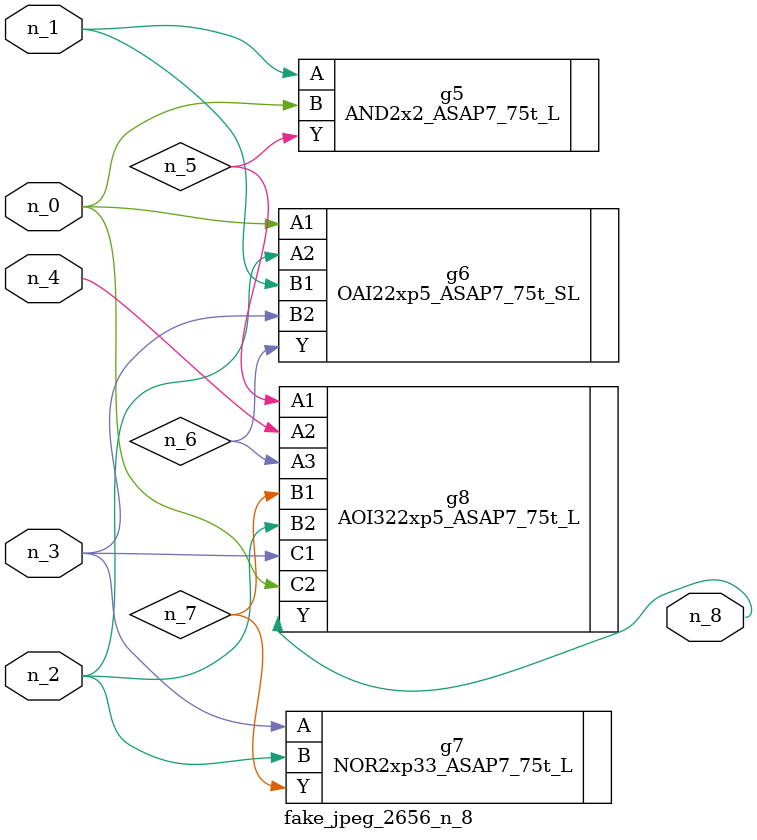
<source format=v>
module fake_jpeg_2656_n_8 (n_3, n_2, n_1, n_0, n_4, n_8);

input n_3;
input n_2;
input n_1;
input n_0;
input n_4;

output n_8;

wire n_6;
wire n_5;
wire n_7;

AND2x2_ASAP7_75t_L g5 ( 
.A(n_1),
.B(n_0),
.Y(n_5)
);

OAI22xp5_ASAP7_75t_SL g6 ( 
.A1(n_0),
.A2(n_2),
.B1(n_1),
.B2(n_3),
.Y(n_6)
);

NOR2xp33_ASAP7_75t_L g7 ( 
.A(n_3),
.B(n_2),
.Y(n_7)
);

AOI322xp5_ASAP7_75t_L g8 ( 
.A1(n_5),
.A2(n_4),
.A3(n_6),
.B1(n_7),
.B2(n_2),
.C1(n_3),
.C2(n_0),
.Y(n_8)
);


endmodule
</source>
